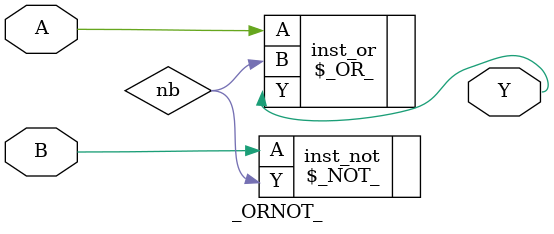
<source format=v>
(* techmap_celltype = "$_ANDNOT_" *)
module _ANDNOT_ (input A, input B, output Y);
    wire nb;
    // Replace ANDNOT: Y = A & ~B
    $_NOT_ inst_not (.A(B), .Y(nb));
    $_AND_ inst_and (.A(A), .B(nb), .Y(Y));
endmodule

(* techmap_celltype = "$_ORNOT_" *)
module _ORNOT_ (input A, input B, output Y);
    wire nb;
    // Replace ORNOT: Y = A | ~B
    $_NOT_ inst_not (.A(B), .Y(nb));
    $_OR_ inst_or (.A(A), .B(nb), .Y(Y));
endmodule
</source>
